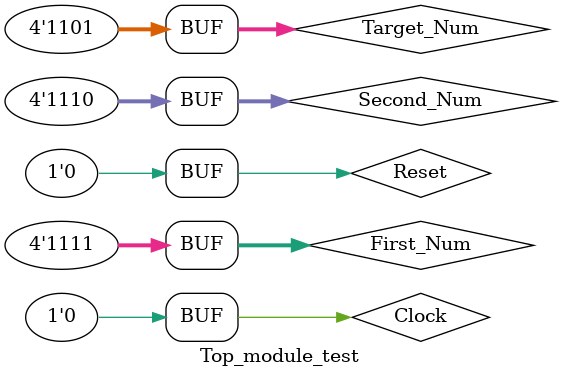
<source format=v>
module Top_module_test;


  reg Clock;
  reg Reset;
  reg [3:0] Target_Num;
  reg [3:0] Second_Num;
  reg [3:0] First_Num;
  wire [1:0] Result;


  Top_module uut (First_Num, Second_Num, Target_Num, Clock, Reset, Result);

  initial begin
 
    Clock = 0; Reset = 1; Target_Num = 0; Second_Num = 0;  First_Num = 0;

$monitor("%d First_Num=%b, Second_Num=%b, Target_Num=%b, clock=%b, Reset=%b, Result=%b",$time, First_Num, Second_Num, Target_Num, Clock, Reset, Result);
   

    #5;
    Target_Num = 4'b1101;
    Second_Num = 4'b1000;
    First_Num = 4'b0001;
    Reset=0;

    #10;
    Second_Num = 4'b1010;
    First_Num = 4'b0101;
    
    #10;
    Second_Num = 4'b1111;
    First_Num = 4'b1100;
    
    #10;
    Second_Num = 4'b1011;
    First_Num = 4'b0000;
    
    #10;
    Second_Num = 4'b1110;
    First_Num = 4'b1111;
    
    #10;
    Second_Num = 4'b1101;
    First_Num = 4'b11;
    
    #10;
    Second_Num = 4'b1110;
    First_Num = 4'b1001;
    
    #10;
Reset=1;
    Second_Num = 4'b1110;
    First_Num = 4'b1111;
    
    #10;
    Second_Num = 4'b1100;
    First_Num = 4'b01;

    
    #10;
Reset=0;
    Second_Num = 4'b1100;
    First_Num = 4'b010;
Reset=1;
    
    #10;

    Second_Num = 4'b1110;
    First_Num = 4'b1111;

  #10;
Reset=0;
    Second_Num = 4'b1010;
    First_Num = 4'b1100;
    


  #10;
    Second_Num = 4'b1010;
    First_Num = 4'b1101;

    #10;
    Second_Num = 4'b1111;
    First_Num = 4'b1100;

    
    #10;
    Second_Num = 4'b1011;
    First_Num = 4'b0000;
Reset=1;
    
    #10;
Reset=0;
    Second_Num = 4'b1110;
    First_Num = 4'b1111;
    
    #10;
    Second_Num = 4'b1101;
    First_Num = 4'b1101;
    
    #10;
    Second_Num = 4'b1110;
    First_Num = 4'b1001;
    
    #10;
    Second_Num = 4'b1110;
    First_Num = 4'b1111;
Reset=1;
    
    #10;
    Second_Num = 4'b1100;
    First_Num = 4'b01;
    
    #10;
    Second_Num = 4'b1100;
    First_Num = 4'b010;
Reset=0;
    
    #10;
    Second_Num = 4'b1110;
    First_Num = 4'b1111;

    #10;
    Second_Num = 4'b1110;
    First_Num = 4'b1111;

#10;
    Second_Num = 4'b1110;
    First_Num = 4'b1111;

    #10;
    Second_Num = 4'b1110;
    First_Num = 4'b1111;
#10;
    Second_Num = 4'b1110;
    First_Num = 4'b1111;

    #10;
    Second_Num = 4'b1110;
    First_Num = 4'b1111;
#10;
    Second_Num = 4'b1110;
    First_Num = 4'b1111;

    #10;
    Second_Num = 4'b1110;
    First_Num = 4'b1111;
#10;
    Second_Num = 4'b1110;
    First_Num = 4'b1111;

    #10;
    Second_Num = 4'b1110;
    First_Num = 4'b1111;
#10;
    Second_Num = 4'b1110;
    First_Num = 4'b1111;

    #10;
    Second_Num = 4'b1110;
    First_Num = 4'b1111;
        
   

  end
  initial repeat (100) #5 Clock = ~Clock;
      
      
endmodule

</source>
